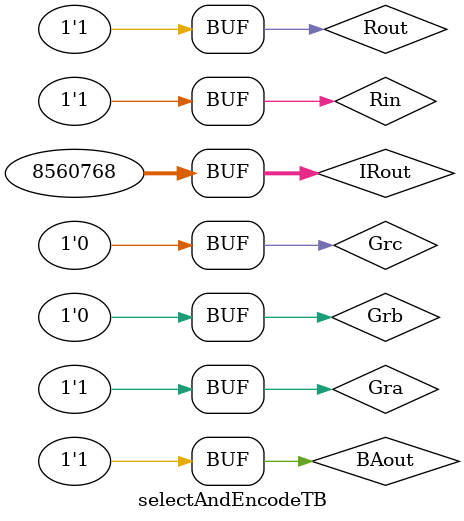
<source format=v>
`timescale 1ns/10ps
module selectAndEncodeTB;

	reg Gra, Grb, Grc, Rin, Rout, BAout;
	reg [31:0] IRout;
	wire [15:0] regsIn, regsOut;
	wire [31:0] CSE;
	
	selectAndEncode SAE(Gra, Grb, Grc, Rin, Rout, BAout, IRout, regsIn, regsOut, CSE);

	initial begin
		
		Gra <= 1;
		Grb <= 0;
		Grc <= 0;
		Rin <= 1;
		Rout <= 1;
		BAout <= 1;
		IRout <= 32'b00000000100000101010000010000000; //Op-Code Ra, Rb, Rc, C b00000 0001 0000 0000 000000010000000
	
	end
endmodule

</source>
